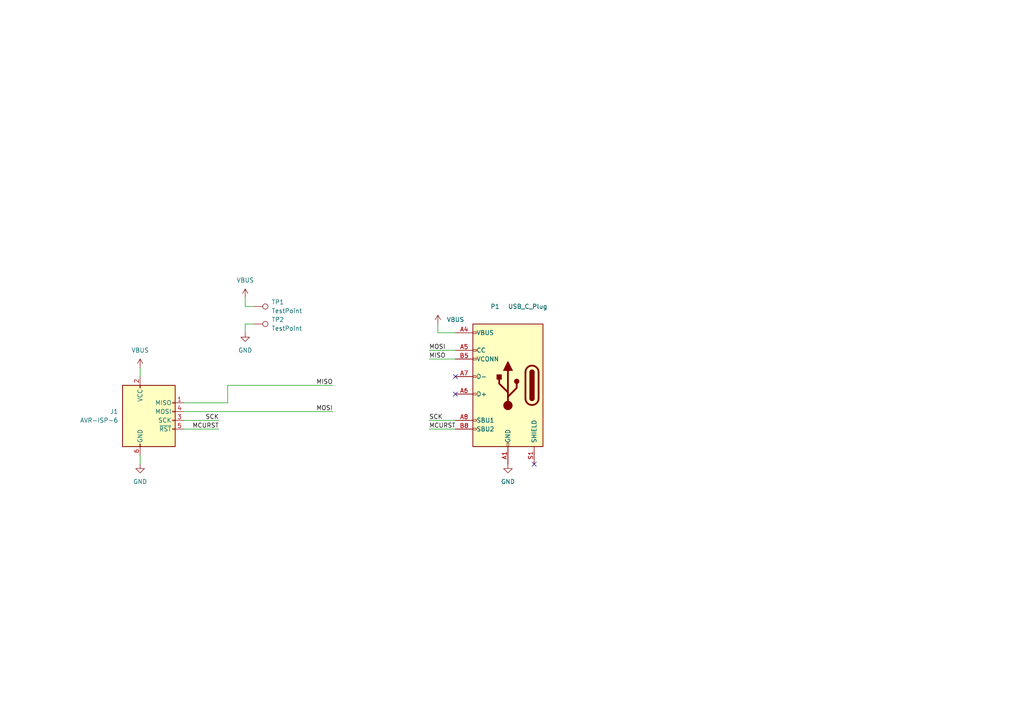
<source format=kicad_sch>
(kicad_sch (version 20231120) (generator "eeschema") (generator_version "8.0")
  (paper "A4")
  (title_block (title " SWD to USBC Programmer") (date "2025-02-15") (rev "2.2") (company "alvarop.com"))
  (lib_symbols
    (symbol "Connector:AVR-ISP-6" (pin_names (offset 1.016))
      (property "Reference" "J" (at -6.35 11.43 0))
      (property "Value" "AVR-ISP-6" (at 0 11.43 0))
      (symbol "AVR-ISP-6_0_1"
        (rectangle (start -2.667 -6.858) (end -2.413 -7.62))
        (rectangle (start -2.667 10.16) (end -2.413 9.398))
        (rectangle (start 7.62 -2.413) (end 6.858 -2.667))
        (rectangle (start 7.62 0.127) (end 6.858 -0.127))
        (rectangle (start 7.62 2.667) (end 6.858 2.413))
        (rectangle (start 7.62 5.207) (end 6.858 4.953))
        (rectangle (start 7.62 10.16) (end -7.62 -7.62) (stroke (width 0.254)) (fill (type background)))
      )
      (symbol "AVR-ISP-6_1_1"
        (pin passive line (at 10.16 5.08 180) (length 2.54) (name "MISO") (number "1"))
        (pin passive line (at -2.54 12.7 270) (length 2.54) (name "VCC") (number "2"))
        (pin passive line (at 10.16 0 180) (length 2.54) (name "SCK") (number "3"))
        (pin passive line (at 10.16 2.54 180) (length 2.54) (name "MOSI") (number "4"))
        (pin passive line (at 10.16 -2.54 180) (length 2.54) (name "~{RST}") (number "5"))
        (pin passive line (at -2.54 -10.16 90) (length 2.54) (name "GND") (number "6"))
      )
    )
    (symbol "Connector:TestPoint" (pin_numbers hide) (pin_names (offset 0.762) hide)
      (property "Reference" "TP" (at 0 6.858 0))
      (property "Value" "TestPoint" (at 0 5.08 0))
      (symbol "TestPoint_0_1"
        (circle (center 0 3.302) (radius 0.762))
      )
      (symbol "TestPoint_1_1"
        (pin passive line (at 0 0 90) (length 2.54) (name "1") (number "1"))
      )
    )
    (symbol "Connector:USB_C_Plug" (pin_names (offset 1.016))
      (property "Reference" "P1" (at 5.08 33.02 0))
      (property "Value" "USB_C_Plug" (at 0 33.02 0))
      (symbol "USB_C_Plug_0_0"
        (rectangle (start -0.254 -7.62) (end 0.254 -6.604))
        (rectangle (start 10.16 -2.286) (end 9.144 -2.794))
        (rectangle (start 10.16 0.254) (end 9.144 -0.254))
        (rectangle (start 10.16 7.874) (end 9.144 7.366))
        (rectangle (start 10.16 12.954) (end 9.144 12.446))
        (rectangle (start 10.16 18.034) (end 9.144 17.526))
        (rectangle (start 10.16 20.574) (end 9.144 20.066))
        (rectangle (start 10.16 25.654) (end 9.144 25.146))
      )
      (symbol "USB_C_Plug_0_1"
        (rectangle (start -10.16 27.94) (end 10.16 -7.62) (stroke (width 0.254)) (fill (type background)))
        (arc (start -8.89 6.35) (mid -6.985 4.4533) (end -5.08 6.35) (stroke (width 0.508)))
        (arc (start -7.62 6.35) (mid -6.985 5.7177) (end -6.35 6.35) (stroke (width 0.254)))
        (arc (start -7.62 6.35) (mid -6.985 5.7177) (end -6.35 6.35) (stroke (width 0.254)) (fill (type outline)))
        (rectangle (start -7.62 6.35) (end -6.35 13.97) (stroke (width 0.254)) (fill (type outline)))
        (arc (start -6.35 13.97) (mid -6.985 14.6022) (end -7.62 13.97) (stroke (width 0.254)))
        (arc (start -6.35 13.97) (mid -6.985 14.6022) (end -7.62 13.97) (stroke (width 0.254)) (fill (type outline)))
        (arc (start -5.08 13.97) (mid -6.985 15.8666) (end -8.89 13.97) (stroke (width 0.508)))
        (polyline (pts (xy -8.89 6.35) (xy -8.89 13.97)) (stroke (width 0.508)))
        (polyline (pts (xy -5.08 13.97) (xy -5.08 6.35)) (stroke (width 0.508)))
      )
      (symbol "USB_C_Plug_1_1"
        (circle (center -2.54 11.303) (radius 0.635) (stroke (width 0.254)) (fill (type outline)))
        (polyline (pts (xy 0 4.318) (xy 0 14.478)) (stroke (width 0.508)))
        (polyline (pts (xy 0 6.858) (xy -2.54 9.398) (xy -2.54 10.668)) (stroke (width 0.508)))
        (polyline (pts (xy 0 8.128) (xy 2.54 10.668) (xy 2.54 11.938)) (stroke (width 0.508)))
        (polyline (pts (xy -1.27 14.478) (xy 0 17.018) (xy 1.27 14.478) (xy -1.27 14.478)) (stroke (width 0.254)) (fill (type outline)))
        (circle (center 0 4.318) (radius 1.27) (fill (type outline)))
        (rectangle (start 1.905 11.938) (end 3.175 13.208) (stroke (width 0.254)) (fill (type outline)))
        (pin passive line (at 0 -12.7 90) (length 5.08) (name "GND") (number "A1"))
        (pin passive line (at 0 -12.7 90) (length 5.08) hide (name "GND") (number "A12"))
        (pin passive line (at 15.24 25.4 180) (length 5.08) (name "VBUS") (number "A4"))
        (pin bidirectional line (at 15.24 20.32 180) (length 5.08) (name "CC") (number "A5"))
        (pin bidirectional line (at 15.24 7.62 180) (length 5.08) (name "D+") (number "A6"))
        (pin bidirectional line (at 15.24 12.7 180) (length 5.08) (name "D-") (number "A7"))
        (pin bidirectional line (at 15.24 0 180) (length 5.08) (name "SBU1") (number "A8"))
        (pin passive line (at 15.24 25.4 180) (length 5.08) hide (name "VBUS") (number "A9"))
        (pin passive line (at 0 -12.7 90) (length 5.08) hide (name "GND") (number "B1"))
        (pin passive line (at 0 -12.7 90) (length 5.08) hide (name "GND") (number "B12"))
        (pin passive line (at 15.24 25.4 180) (length 5.08) hide (name "VBUS") (number "B4"))
        (pin bidirectional line (at 15.24 17.78 180) (length 5.08) (name "VCONN") (number "B5"))
        (pin bidirectional line (at 15.24 -2.54 180) (length 5.08) (name "SBU2") (number "B8"))
        (pin passive line (at 15.24 25.4 180) (length 5.08) hide (name "VBUS") (number "B9"))
        (pin passive line (at -7.62 -12.7 90) (length 5.08) (name "SHIELD") (number "S1"))
      )
    )
    (symbol "power:GND" (power) (pin_names (offset 0))
      (property "Value" "GND" (at 0 -3.81 0))
      (symbol "GND_0_1"
        (polyline (pts (xy 0 0) (xy 0 -1.27) (xy 1.27 -1.27) (xy 0 -2.54) (xy -1.27 -1.27) (xy 0 -1.27)))
      )
      (symbol "GND_1_1"
        (pin power_in line (at 0 0 270) (length 0) hide (name "GND") (number "1"))
      )
    )
    (symbol "power:VBUS" (power) (pin_names (offset 0))
      (property "Value" "VBUS" (at 0 3.81 0))
      (symbol "VBUS_0_1"
        (polyline (pts (xy -0.762 1.27) (xy 0 2.54)))
        (polyline (pts (xy 0 0) (xy 0 2.54)))
        (polyline (pts (xy 0 2.54) (xy 0.762 1.27)))
      )
      (symbol "VBUS_1_1"
        (pin power_in line (at 0 0 90) (length 0) hide (name "VBUS") (number "1"))
      )
    )
  )
  (no_connect (at 154.94 134.62))
  (no_connect (at 132.08 114.3))
  (no_connect (at 132.08 109.22))
  (wire (pts (xy 53.34 116.84) (xy 66.04 116.84)))
  (wire (pts (xy 71.12 96.52) (xy 71.12 93.98)))
  (wire (pts (xy 71.12 86.36) (xy 71.12 88.9)))
  (wire (pts (xy 127 93.98) (xy 127 96.52)))
  (wire (pts (xy 132.08 124.46) (xy 124.46 124.46)))
  (wire (pts (xy 53.34 119.38) (xy 96.52 119.38)))
  (wire (pts (xy 66.04 111.76) (xy 96.52 111.76)))
  (wire (pts (xy 73.66 88.9) (xy 71.12 88.9)))
  (wire (pts (xy 66.04 116.84) (xy 66.04 111.76)))
  (wire (pts (xy 40.64 132.08) (xy 40.64 134.62)))
  (wire (pts (xy 132.08 121.92) (xy 124.46 121.92)))
  (wire (pts (xy 127 96.52) (xy 132.08 96.52)))
  (wire (pts (xy 63.5 124.46) (xy 53.34 124.46)))
  (wire (pts (xy 132.08 101.6) (xy 124.46 101.6)))
  (wire (pts (xy 63.5 121.92) (xy 53.34 121.92)))
  (wire (pts (xy 124.46 104.14) (xy 132.08 104.14)))
  (wire (pts (xy 40.64 106.68) (xy 40.64 109.22)))
  (wire (pts (xy 71.12 93.98) (xy 73.66 93.98)))
  (label "SCK" (at 63.5 121.92 180))
  (label "SCK" (at 124.46 121.92 0))
  (label "MCURST" (at 124.46 124.46 0))
  (label "MISO" (at 124.46 104.14 0))
  (label "MISO" (at 96.52 111.76 180))
  (label "MOSI" (at 124.46 101.6 0))
  (label "MOSI" (at 96.52 119.38 180))
  (label "MCURST" (at 63.5 124.46 180))
  (symbol (lib_id "power:GND") (at 40.64 134.62 0) (unit 1)
    (property "Reference" "#PWR02" (effects (hide yes)))
    (property "Value" "GND" (at 40.64 139.7 0))
  )
  (symbol (lib_id "Connector:TestPoint") (at 73.66 88.9 270) (unit 1)
    (property "Reference" "TP1" (at 78.74 87.6299 90) (effects (justify left)))
    (property "Value" "TestPoint" (at 78.74 90.1699 90) (effects (justify left)))
    (property "Footprint" "TestPoint:TestPoint_Pad_D2.5mm" (effects (hide yes)))
  )
  (symbol (lib_id "Connector:USB_C_Plug") (at 147.32 121.92 0) (mirror y) (unit 1)
    (property "Reference" "P1" (at 142.24 88.9 0) (effects (justify right)))
    (property "Value" "USB_C_Plug" (at 147.32 88.9 0) (effects (justify right)))
    (property "Footprint" "alvarop:TYPE-C-31-G-06" (effects (hide yes)))
    (property "MPN" "TYPE-C-31-G-06" (effects (hide yes)))
  )
  (symbol (lib_id "power:VBUS") (at 71.12 86.36 0) (unit 1)
    (property "Reference" "#PWR0102" (effects (hide yes)))
    (property "Value" "VBUS" (at 71.12 81.28 0))
  )
  (symbol (lib_id "power:GND") (at 71.12 96.52 0) (unit 1)
    (property "Reference" "#PWR0101" (effects (hide yes)))
    (property "Value" "GND" (at 71.12 101.6 0))
  )
  (symbol (lib_id "Connector:AVR-ISP-6") (at 43.18 121.92 0) (unit 1)
    (property "Reference" "J1" (at 34.29 119.3799 0) (effects (justify right)))
    (property "Value" "AVR-ISP-6" (at 34.29 121.9199 0) (effects (justify right)))
    (property "Footprint" "Connector_IDC:IDC-Header_2x03_P2.54mm_Vertical" (effects (hide yes)))
    (property "Datasheet" " ~" (effects (hide yes)))
    (property "MPN" "30306-6002HB" (effects (hide yes)))
  )
  (symbol (lib_id "Connector:TestPoint") (at 73.66 93.98 270) (unit 1)
    (property "Reference" "TP2" (at 78.74 92.7099 90) (effects (justify left)))
    (property "Value" "TestPoint" (at 78.74 95.2499 90) (effects (justify left)))
    (property "Footprint" "TestPoint:TestPoint_Pad_D2.5mm" (effects (hide yes)))
  )
  (symbol (lib_id "power:VBUS") (at 127 93.98 0) (mirror y) (unit 1)
    (property "Reference" "#PWR03" (effects (hide yes)))
    (property "Value" "VBUS" (at 129.54 92.7099 0) (effects (justify right)))
  )
  (symbol (lib_id "power:GND") (at 147.32 134.62 0) (unit 1)
    (property "Reference" "#PWR04" (effects (hide yes)))
    (property "Value" "GND" (at 147.32 139.7 0))
  )
  (symbol (lib_id "power:VBUS") (at 40.64 106.68 0) (unit 1)
    (property "Reference" "#PWR01" (effects (hide yes)))
    (property "Value" "VBUS" (at 40.64 101.6 0))
  )
)
</source>
